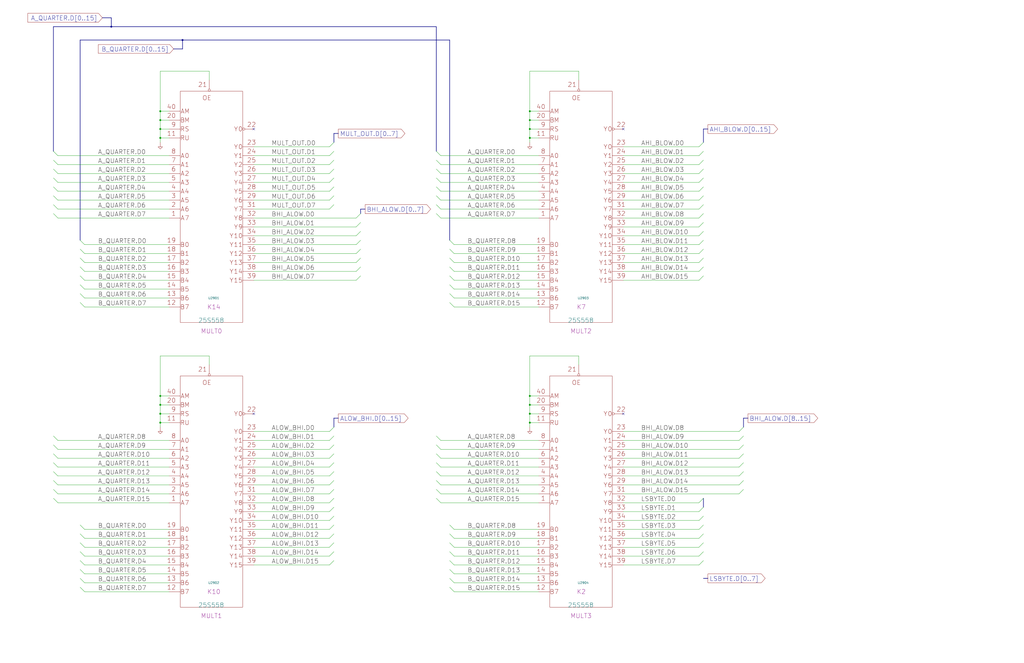
<source format=kicad_sch>
(kicad_sch (version 20210621) (generator eeschema)
  (paper "User" 584.2 378.46)
  (title_block (title "MULTIPLIER ARRAY") (date "22-MAR-90") (rev "1.0") (comment 1 "VALUE") (comment 2 "232-003063") (comment 3 "S400") (comment 4 "RELEASED"))
  (lib_symbols
    (symbol "r1000:25S558" (pin_numbers hide) (pin_names (offset 1.016) hide)
      (property "Reference" "U" (at 2.54 5.08 0))
      (property "Value" "25S558" (at -6.35 -7.62 0))
      (property "Location" "___" (at -1.27 0 0))
      (property "Name" "______" (at 1.27 -15.24 0))
      (symbol "25S558_1_1"
        (rectangle (start -16.51 123.19) (end 19.05 -8.89))
        (circle (center 0 123.825) (radius 0.635))
        (circle (center 19.685 101.6) (radius 0.635))
        (text "0" (at -20.32 109.22 0) (effects (font (size 2.54 2.54))))
        (text "0" (at -20.32 114.3 0) (effects (font (size 2.54 2.54))))
        (text "0" (at -12.7 35.56 0) (effects (font (size 2.54 2.54))))
        (text "0" (at -12.7 86.36 0) (effects (font (size 2.54 2.54))))
        (text "0" (at 17.78 40.64 0) (effects (font (size 2.54 2.54))))
        (text "0" (at 17.78 91.44 0) (effects (font (size 2.54 2.54))))
        (text "0" (at 17.78 101.6 0) (effects (font (size 2.54 2.54))))
        (text "1" (at -22.86 2.54 0) (effects (font (size 2.54 2.54))))
        (text "1" (at -22.86 7.62 0) (effects (font (size 2.54 2.54))))
        (text "1" (at -22.86 12.7 0) (effects (font (size 2.54 2.54))))
        (text "1" (at -22.86 17.78 0) (effects (font (size 2.54 2.54))))
        (text "1" (at -22.86 22.86 0) (effects (font (size 2.54 2.54))))
        (text "1" (at -22.86 27.94 0) (effects (font (size 2.54 2.54))))
        (text "1" (at -22.86 33.02 0) (effects (font (size 2.54 2.54))))
        (text "1" (at -22.86 38.1 0) (effects (font (size 2.54 2.54))))
        (text "1" (at -22.86 99.06 0) (effects (font (size 2.54 2.54))))
        (text "1" (at -20.32 53.34 0) (effects (font (size 2.54 2.54))))
        (text "1" (at -20.32 99.06 0) (effects (font (size 2.54 2.54))))
        (text "1" (at -12.7 30.48 0) (effects (font (size 2.54 2.54))))
        (text "1" (at -12.7 81.28 0) (effects (font (size 2.54 2.54))))
        (text "1" (at -2.54 127 0) (effects (font (size 2.54 2.54))))
        (text "1" (at 15.24 15.24 0) (effects (font (size 2.54 2.54))))
        (text "1" (at 15.24 20.32 0) (effects (font (size 2.54 2.54))))
        (text "1" (at 15.24 25.4 0) (effects (font (size 2.54 2.54))))
        (text "1" (at 15.24 30.48 0) (effects (font (size 2.54 2.54))))
        (text "1" (at 15.24 35.56 0) (effects (font (size 2.54 2.54))))
        (text "1" (at 15.24 40.64 0) (effects (font (size 2.54 2.54))))
        (text "1" (at 17.78 35.56 0) (effects (font (size 2.54 2.54))))
        (text "1" (at 17.78 86.36 0) (effects (font (size 2.54 2.54))))
        (text "1" (at 25.4 58.42 0) (effects (font (size 2.54 2.54))))
        (text "2" (at -22.86 109.22 0) (effects (font (size 2.54 2.54))))
        (text "2" (at -20.32 2.54 0) (effects (font (size 2.54 2.54))))
        (text "2" (at -20.32 58.42 0) (effects (font (size 2.54 2.54))))
        (text "2" (at -12.7 25.4 0) (effects (font (size 2.54 2.54))))
        (text "2" (at -12.7 76.2 0) (effects (font (size 2.54 2.54))))
        (text "2" (at -5.08 127 0) (effects (font (size 2.54 2.54))))
        (text "2" (at 17.78 30.48 0) (effects (font (size 2.54 2.54))))
        (text "2" (at 17.78 81.28 0) (effects (font (size 2.54 2.54))))
        (text "2" (at 22.86 63.5 0) (effects (font (size 2.54 2.54))))
        (text "2" (at 22.86 68.58 0) (effects (font (size 2.54 2.54))))
        (text "2" (at 22.86 73.66 0) (effects (font (size 2.54 2.54))))
        (text "2" (at 22.86 78.74 0) (effects (font (size 2.54 2.54))))
        (text "2" (at 22.86 83.82 0) (effects (font (size 2.54 2.54))))
        (text "2" (at 22.86 88.9 0) (effects (font (size 2.54 2.54))))
        (text "2" (at 22.86 93.98 0) (effects (font (size 2.54 2.54))))
        (text "2" (at 22.86 104.14 0) (effects (font (size 2.54 2.54))))
        (text "2" (at 25.4 53.34 0) (effects (font (size 2.54 2.54))))
        (text "2" (at 25.4 104.14 0) (effects (font (size 2.54 2.54))))
        (text "3" (at -20.32 7.62 0) (effects (font (size 2.54 2.54))))
        (text "3" (at -20.32 63.5 0) (effects (font (size 2.54 2.54))))
        (text "3" (at -12.7 20.32 0) (effects (font (size 2.54 2.54))))
        (text "3" (at -12.7 71.12 0) (effects (font (size 2.54 2.54))))
        (text "3" (at 17.78 25.4 0) (effects (font (size 2.54 2.54))))
        (text "3" (at 17.78 76.2 0) (effects (font (size 2.54 2.54))))
        (text "3" (at 22.86 17.78 0) (effects (font (size 2.54 2.54))))
        (text "3" (at 22.86 22.86 0) (effects (font (size 2.54 2.54))))
        (text "3" (at 22.86 27.94 0) (effects (font (size 2.54 2.54))))
        (text "3" (at 22.86 33.02 0) (effects (font (size 2.54 2.54))))
        (text "3" (at 22.86 38.1 0) (effects (font (size 2.54 2.54))))
        (text "3" (at 22.86 43.18 0) (effects (font (size 2.54 2.54))))
        (text "3" (at 22.86 48.26 0) (effects (font (size 2.54 2.54))))
        (text "3" (at 22.86 53.34 0) (effects (font (size 2.54 2.54))))
        (text "3" (at 22.86 58.42 0) (effects (font (size 2.54 2.54))))
        (text "3" (at 25.4 48.26 0) (effects (font (size 2.54 2.54))))
        (text "3" (at 25.4 93.98 0) (effects (font (size 2.54 2.54))))
        (text "4" (at -22.86 114.3 0) (effects (font (size 2.54 2.54))))
        (text "4" (at -20.32 12.7 0) (effects (font (size 2.54 2.54))))
        (text "4" (at -20.32 68.58 0) (effects (font (size 2.54 2.54))))
        (text "4" (at -12.7 15.24 0) (effects (font (size 2.54 2.54))))
        (text "4" (at -12.7 66.04 0) (effects (font (size 2.54 2.54))))
        (text "4" (at 17.78 20.32 0) (effects (font (size 2.54 2.54))))
        (text "4" (at 17.78 71.12 0) (effects (font (size 2.54 2.54))))
        (text "4" (at 25.4 43.18 0) (effects (font (size 2.54 2.54))))
        (text "4" (at 25.4 88.9 0) (effects (font (size 2.54 2.54))))
        (text "5" (at -20.32 17.78 0) (effects (font (size 2.54 2.54))))
        (text "5" (at -20.32 73.66 0) (effects (font (size 2.54 2.54))))
        (text "5" (at -12.7 10.16 0) (effects (font (size 2.54 2.54))))
        (text "5" (at -12.7 60.96 0) (effects (font (size 2.54 2.54))))
        (text "5" (at 17.78 15.24 0) (effects (font (size 2.54 2.54))))
        (text "5" (at 17.78 66.04 0) (effects (font (size 2.54 2.54))))
        (text "5" (at 25.4 38.1 0) (effects (font (size 2.54 2.54))))
        (text "5" (at 25.4 83.82 0) (effects (font (size 2.54 2.54))))
        (text "6" (at -20.32 22.86 0) (effects (font (size 2.54 2.54))))
        (text "6" (at -20.32 78.74 0) (effects (font (size 2.54 2.54))))
        (text "6" (at -12.7 5.08 0) (effects (font (size 2.54 2.54))))
        (text "6" (at -12.7 55.88 0) (effects (font (size 2.54 2.54))))
        (text "6" (at 17.78 60.96 0) (effects (font (size 2.54 2.54))))
        (text "6" (at 25.4 33.02 0) (effects (font (size 2.54 2.54))))
        (text "6" (at 25.4 78.74 0) (effects (font (size 2.54 2.54))))
        (text "7" (at -20.32 27.94 0) (effects (font (size 2.54 2.54))))
        (text "7" (at -20.32 83.82 0) (effects (font (size 2.54 2.54))))
        (text "7" (at -12.7 0 0) (effects (font (size 2.54 2.54))))
        (text "7" (at -12.7 50.8 0) (effects (font (size 2.54 2.54))))
        (text "7" (at 17.78 55.88 0) (effects (font (size 2.54 2.54))))
        (text "7" (at 25.4 27.94 0) (effects (font (size 2.54 2.54))))
        (text "7" (at 25.4 73.66 0) (effects (font (size 2.54 2.54))))
        (text "8" (at -20.32 33.02 0) (effects (font (size 2.54 2.54))))
        (text "8" (at -20.32 88.9 0) (effects (font (size 2.54 2.54))))
        (text "8" (at 17.78 50.8 0) (effects (font (size 2.54 2.54))))
        (text "8" (at 25.4 22.86 0) (effects (font (size 2.54 2.54))))
        (text "8" (at 25.4 68.58 0) (effects (font (size 2.54 2.54))))
        (text "9" (at -20.32 38.1 0) (effects (font (size 2.54 2.54))))
        (text "9" (at -20.32 104.14 0) (effects (font (size 2.54 2.54))))
        (text "9" (at 17.78 45.72 0) (effects (font (size 2.54 2.54))))
        (text "9" (at 25.4 17.78 0) (effects (font (size 2.54 2.54))))
        (text "9" (at 25.4 63.5 0) (effects (font (size 2.54 2.54))))
        (text "A" (at -15.24 50.8 0) (effects (font (size 2.54 2.54))))
        (text "A" (at -15.24 55.88 0) (effects (font (size 2.54 2.54))))
        (text "A" (at -15.24 60.96 0) (effects (font (size 2.54 2.54))))
        (text "A" (at -15.24 66.04 0) (effects (font (size 2.54 2.54))))
        (text "A" (at -15.24 71.12 0) (effects (font (size 2.54 2.54))))
        (text "A" (at -15.24 76.2 0) (effects (font (size 2.54 2.54))))
        (text "A" (at -15.24 81.28 0) (effects (font (size 2.54 2.54))))
        (text "A" (at -15.24 86.36 0) (effects (font (size 2.54 2.54))))
        (text "A" (at -15.24 111.76 0) (effects (font (size 2.54 2.54))))
        (text "B" (at -15.24 0 0) (effects (font (size 2.54 2.54))))
        (text "B" (at -15.24 5.08 0) (effects (font (size 2.54 2.54))))
        (text "B" (at -15.24 10.16 0) (effects (font (size 2.54 2.54))))
        (text "B" (at -15.24 15.24 0) (effects (font (size 2.54 2.54))))
        (text "B" (at -15.24 20.32 0) (effects (font (size 2.54 2.54))))
        (text "B" (at -15.24 25.4 0) (effects (font (size 2.54 2.54))))
        (text "B" (at -15.24 30.48 0) (effects (font (size 2.54 2.54))))
        (text "B" (at -15.24 35.56 0) (effects (font (size 2.54 2.54))))
        (text "B" (at -15.24 106.68 0) (effects (font (size 2.54 2.54))))
        (text "E" (at 0 119.38 0) (effects (font (size 2.54 2.54))))
        (text "M" (at -12.7 106.68 0) (effects (font (size 2.54 2.54))))
        (text "M" (at -12.7 111.76 0) (effects (font (size 2.54 2.54))))
        (text "O" (at -2.54 119.38 0) (effects (font (size 2.54 2.54))))
        (text "R" (at -15.24 96.52 0) (effects (font (size 2.54 2.54))))
        (text "R" (at -15.24 101.6 0) (effects (font (size 2.54 2.54))))
        (text "S" (at -12.7 101.6 0) (effects (font (size 2.54 2.54))))
        (text "U" (at -12.7 96.52 0) (effects (font (size 2.54 2.54))))
        (text "Y" (at 12.7 15.24 0) (effects (font (size 2.54 2.54))))
        (text "Y" (at 12.7 20.32 0) (effects (font (size 2.54 2.54))))
        (text "Y" (at 12.7 25.4 0) (effects (font (size 2.54 2.54))))
        (text "Y" (at 12.7 30.48 0) (effects (font (size 2.54 2.54))))
        (text "Y" (at 12.7 35.56 0) (effects (font (size 2.54 2.54))))
        (text "Y" (at 12.7 40.64 0) (effects (font (size 2.54 2.54))))
        (text "Y" (at 15.24 45.72 0) (effects (font (size 2.54 2.54))))
        (text "Y" (at 15.24 50.8 0) (effects (font (size 2.54 2.54))))
        (text "Y" (at 15.24 55.88 0) (effects (font (size 2.54 2.54))))
        (text "Y" (at 15.24 60.96 0) (effects (font (size 2.54 2.54))))
        (text "Y" (at 15.24 66.04 0) (effects (font (size 2.54 2.54))))
        (text "Y" (at 15.24 71.12 0) (effects (font (size 2.54 2.54))))
        (text "Y" (at 15.24 76.2 0) (effects (font (size 2.54 2.54))))
        (text "Y" (at 15.24 81.28 0) (effects (font (size 2.54 2.54))))
        (text "Y" (at 15.24 86.36 0) (effects (font (size 2.54 2.54))))
        (text "Y" (at 15.24 91.44 0) (effects (font (size 2.54 2.54))))
        (text "Y" (at 15.24 101.6 0) (effects (font (size 2.54 2.54))))
        (pin input line (at -22.86 50.8 0) (length 6.35) (name "A7") (number "1"))
        (pin input line (at -22.86 96.52 0) (length 6.35) (name "RU") (number "11"))
        (pin input line (at -22.86 0 0) (length 6.35) (name "B7") (number "12"))
        (pin input line (at -22.86 5.08 0) (length 6.35) (name "B6") (number "13"))
        (pin input line (at -22.86 10.16 0) (length 6.35) (name "B5") (number "14"))
        (pin input line (at -22.86 15.24 0) (length 6.35) (name "B4") (number "15"))
        (pin input line (at -22.86 20.32 0) (length 6.35) (name "B3") (number "16"))
        (pin input line (at -22.86 25.4 0) (length 6.35) (name "B2") (number "17"))
        (pin input line (at -22.86 30.48 0) (length 6.35) (name "B1") (number "18"))
        (pin input line (at -22.86 35.56 0) (length 6.35) (name "B0") (number "19"))
        (pin input line (at -22.86 55.88 0) (length 6.35) (name "A6") (number "2"))
        (pin input line (at -22.86 106.68 0) (length 6.35) (name "BM") (number "20"))
        (pin input line (at 0 129.54 270) (length 5.08) (name "OE_") (number "21"))
        (pin tri_state line (at 25.4 101.6 180) (length 5.08) (name "Y0_") (number "22"))
        (pin tri_state line (at 25.4 91.44 180) (length 6.35) (name "Y0") (number "23"))
        (pin tri_state line (at 25.4 86.36 180) (length 6.35) (name "Y1") (number "24"))
        (pin tri_state line (at 25.4 81.28 180) (length 6.35) (name "Y2") (number "25"))
        (pin tri_state line (at 25.4 76.2 180) (length 6.35) (name "Y3") (number "26"))
        (pin tri_state line (at 25.4 71.12 180) (length 6.35) (name "Y4") (number "27"))
        (pin tri_state line (at 25.4 66.04 180) (length 6.35) (name "Y5") (number "28"))
        (pin tri_state line (at 25.4 60.96 180) (length 6.35) (name "Y6") (number "29"))
        (pin input line (at -22.86 60.96 0) (length 6.35) (name "A5") (number "3"))
        (pin tri_state line (at 25.4 55.88 180) (length 6.35) (name "Y7") (number "31"))
        (pin tri_state line (at 25.4 50.8 180) (length 6.35) (name "Y8") (number "32"))
        (pin tri_state line (at 25.4 45.72 180) (length 6.35) (name "Y9") (number "33"))
        (pin tri_state line (at 25.4 40.64 180) (length 6.35) (name "Y10") (number "34"))
        (pin tri_state line (at 25.4 35.56 180) (length 6.35) (name "Y11") (number "35"))
        (pin tri_state line (at 25.4 30.48 180) (length 6.35) (name "Y12") (number "36"))
        (pin tri_state line (at 25.4 25.4 180) (length 6.35) (name "Y13") (number "37"))
        (pin tri_state line (at 25.4 20.32 180) (length 6.35) (name "Y14") (number "38"))
        (pin tri_state line (at 25.4 15.24 180) (length 6.35) (name "Y15") (number "39"))
        (pin input line (at -22.86 66.04 0) (length 6.35) (name "A4") (number "4"))
        (pin input line (at -22.86 111.76 0) (length 6.35) (name "AM") (number "40"))
        (pin input line (at -22.86 71.12 0) (length 6.35) (name "A3") (number "5"))
        (pin input line (at -22.86 76.2 0) (length 6.35) (name "A2") (number "6"))
        (pin input line (at -22.86 81.28 0) (length 6.35) (name "A1") (number "7"))
        (pin input line (at -22.86 86.36 0) (length 6.35) (name "A0") (number "8"))
        (pin input line (at -22.86 101.6 0) (length 6.35) (name "RS") (number "9"))
      )
    )
    (symbol "r1000:PD" (power) (pin_numbers hide) (pin_names hide) (in_bom no)
      (symbol "PD_0_1"
        (polyline (pts (xy 0 -2.54) (xy 1.27 -2.54) (xy 0 -3.81) (xy -1.27 -2.54) (xy 0 -2.54)) (stroke (width 0.1524)))
      )
      (symbol "PD_1_1"
        (pin power_in line (at 0 0 270) (length 2.54) (name "PD") (number "1"))
      )
    )
  )
  (junction (at 91.44 63.5))
  (junction (at 91.44 68.58))
  (junction (at 91.44 73.66))
  (junction (at 91.44 78.74))
  (junction (at 91.44 226.06))
  (junction (at 91.44 231.14))
  (junction (at 91.44 236.22))
  (junction (at 91.44 241.3))
  (junction (at 302.26 63.5))
  (junction (at 302.26 68.58))
  (junction (at 302.26 73.66))
  (junction (at 302.26 78.74))
  (junction (at 302.26 226.06))
  (junction (at 302.26 231.14))
  (junction (at 302.26 236.22))
  (junction (at 302.26 241.3))
  (junction (at 63.5 15.24))
  (junction (at 104.14 22.86))
  (no_connect (at 144.78 73.66))
  (no_connect (at 144.78 236.22))
  (no_connect (at 355.6 73.66))
  (no_connect (at 355.6 236.22))
  (bus_entry (at 30.48 86.36) (size 2.54 2.54))
  (bus_entry (at 30.48 91.44) (size 2.54 2.54))
  (bus_entry (at 30.48 96.52) (size 2.54 2.54))
  (bus_entry (at 30.48 101.6) (size 2.54 2.54))
  (bus_entry (at 30.48 106.68) (size 2.54 2.54))
  (bus_entry (at 30.48 111.76) (size 2.54 2.54))
  (bus_entry (at 30.48 116.84) (size 2.54 2.54))
  (bus_entry (at 30.48 121.92) (size 2.54 2.54))
  (bus_entry (at 30.48 248.92) (size 2.54 2.54))
  (bus_entry (at 30.48 254) (size 2.54 2.54))
  (bus_entry (at 30.48 259.08) (size 2.54 2.54))
  (bus_entry (at 30.48 264.16) (size 2.54 2.54))
  (bus_entry (at 30.48 269.24) (size 2.54 2.54))
  (bus_entry (at 30.48 274.32) (size 2.54 2.54))
  (bus_entry (at 30.48 279.4) (size 2.54 2.54))
  (bus_entry (at 30.48 284.48) (size 2.54 2.54))
  (bus_entry (at 45.72 137.16) (size 2.54 2.54))
  (bus_entry (at 45.72 142.24) (size 2.54 2.54))
  (bus_entry (at 45.72 147.32) (size 2.54 2.54))
  (bus_entry (at 45.72 152.4) (size 2.54 2.54))
  (bus_entry (at 45.72 157.48) (size 2.54 2.54))
  (bus_entry (at 45.72 162.56) (size 2.54 2.54))
  (bus_entry (at 45.72 167.64) (size 2.54 2.54))
  (bus_entry (at 45.72 172.72) (size 2.54 2.54))
  (bus_entry (at 45.72 299.72) (size 2.54 2.54))
  (bus_entry (at 45.72 304.8) (size 2.54 2.54))
  (bus_entry (at 45.72 309.88) (size 2.54 2.54))
  (bus_entry (at 45.72 314.96) (size 2.54 2.54))
  (bus_entry (at 45.72 320.04) (size 2.54 2.54))
  (bus_entry (at 45.72 325.12) (size 2.54 2.54))
  (bus_entry (at 45.72 330.2) (size 2.54 2.54))
  (bus_entry (at 45.72 335.28) (size 2.54 2.54))
  (bus_entry (at 190.5 81.28) (size -2.54 2.54))
  (bus_entry (at 190.5 86.36) (size -2.54 2.54))
  (bus_entry (at 190.5 91.44) (size -2.54 2.54))
  (bus_entry (at 190.5 96.52) (size -2.54 2.54))
  (bus_entry (at 190.5 101.6) (size -2.54 2.54))
  (bus_entry (at 190.5 106.68) (size -2.54 2.54))
  (bus_entry (at 190.5 111.76) (size -2.54 2.54))
  (bus_entry (at 190.5 116.84) (size -2.54 2.54))
  (bus_entry (at 190.5 243.84) (size -2.54 2.54))
  (bus_entry (at 190.5 248.92) (size -2.54 2.54))
  (bus_entry (at 190.5 254) (size -2.54 2.54))
  (bus_entry (at 190.5 259.08) (size -2.54 2.54))
  (bus_entry (at 190.5 264.16) (size -2.54 2.54))
  (bus_entry (at 190.5 269.24) (size -2.54 2.54))
  (bus_entry (at 190.5 274.32) (size -2.54 2.54))
  (bus_entry (at 190.5 279.4) (size -2.54 2.54))
  (bus_entry (at 190.5 284.48) (size -2.54 2.54))
  (bus_entry (at 190.5 289.56) (size -2.54 2.54))
  (bus_entry (at 190.5 294.64) (size -2.54 2.54))
  (bus_entry (at 190.5 299.72) (size -2.54 2.54))
  (bus_entry (at 190.5 304.8) (size -2.54 2.54))
  (bus_entry (at 190.5 309.88) (size -2.54 2.54))
  (bus_entry (at 190.5 314.96) (size -2.54 2.54))
  (bus_entry (at 190.5 320.04) (size -2.54 2.54))
  (bus_entry (at 205.74 121.92) (size -2.54 2.54))
  (bus_entry (at 205.74 127) (size -2.54 2.54))
  (bus_entry (at 205.74 132.08) (size -2.54 2.54))
  (bus_entry (at 205.74 137.16) (size -2.54 2.54))
  (bus_entry (at 205.74 142.24) (size -2.54 2.54))
  (bus_entry (at 205.74 147.32) (size -2.54 2.54))
  (bus_entry (at 205.74 152.4) (size -2.54 2.54))
  (bus_entry (at 205.74 157.48) (size -2.54 2.54))
  (bus_entry (at 248.92 86.36) (size 2.54 2.54))
  (bus_entry (at 248.92 91.44) (size 2.54 2.54))
  (bus_entry (at 248.92 96.52) (size 2.54 2.54))
  (bus_entry (at 248.92 101.6) (size 2.54 2.54))
  (bus_entry (at 248.92 106.68) (size 2.54 2.54))
  (bus_entry (at 248.92 111.76) (size 2.54 2.54))
  (bus_entry (at 248.92 116.84) (size 2.54 2.54))
  (bus_entry (at 248.92 121.92) (size 2.54 2.54))
  (bus_entry (at 248.92 248.92) (size 2.54 2.54))
  (bus_entry (at 248.92 254) (size 2.54 2.54))
  (bus_entry (at 248.92 259.08) (size 2.54 2.54))
  (bus_entry (at 248.92 264.16) (size 2.54 2.54))
  (bus_entry (at 248.92 269.24) (size 2.54 2.54))
  (bus_entry (at 248.92 274.32) (size 2.54 2.54))
  (bus_entry (at 248.92 279.4) (size 2.54 2.54))
  (bus_entry (at 248.92 284.48) (size 2.54 2.54))
  (bus_entry (at 256.54 137.16) (size 2.54 2.54))
  (bus_entry (at 256.54 142.24) (size 2.54 2.54))
  (bus_entry (at 256.54 147.32) (size 2.54 2.54))
  (bus_entry (at 256.54 152.4) (size 2.54 2.54))
  (bus_entry (at 256.54 157.48) (size 2.54 2.54))
  (bus_entry (at 256.54 162.56) (size 2.54 2.54))
  (bus_entry (at 256.54 167.64) (size 2.54 2.54))
  (bus_entry (at 256.54 172.72) (size 2.54 2.54))
  (bus_entry (at 256.54 299.72) (size 2.54 2.54))
  (bus_entry (at 256.54 304.8) (size 2.54 2.54))
  (bus_entry (at 256.54 309.88) (size 2.54 2.54))
  (bus_entry (at 256.54 314.96) (size 2.54 2.54))
  (bus_entry (at 256.54 320.04) (size 2.54 2.54))
  (bus_entry (at 256.54 325.12) (size 2.54 2.54))
  (bus_entry (at 256.54 330.2) (size 2.54 2.54))
  (bus_entry (at 256.54 335.28) (size 2.54 2.54))
  (bus_entry (at 401.32 81.28) (size -2.54 2.54))
  (bus_entry (at 401.32 86.36) (size -2.54 2.54))
  (bus_entry (at 401.32 91.44) (size -2.54 2.54))
  (bus_entry (at 401.32 96.52) (size -2.54 2.54))
  (bus_entry (at 401.32 101.6) (size -2.54 2.54))
  (bus_entry (at 401.32 106.68) (size -2.54 2.54))
  (bus_entry (at 401.32 111.76) (size -2.54 2.54))
  (bus_entry (at 401.32 116.84) (size -2.54 2.54))
  (bus_entry (at 401.32 121.92) (size -2.54 2.54))
  (bus_entry (at 401.32 127) (size -2.54 2.54))
  (bus_entry (at 401.32 132.08) (size -2.54 2.54))
  (bus_entry (at 401.32 137.16) (size -2.54 2.54))
  (bus_entry (at 401.32 142.24) (size -2.54 2.54))
  (bus_entry (at 401.32 147.32) (size -2.54 2.54))
  (bus_entry (at 401.32 152.4) (size -2.54 2.54))
  (bus_entry (at 401.32 157.48) (size -2.54 2.54))
  (bus_entry (at 401.32 284.48) (size -2.54 2.54))
  (bus_entry (at 401.32 289.56) (size -2.54 2.54))
  (bus_entry (at 401.32 294.64) (size -2.54 2.54))
  (bus_entry (at 401.32 299.72) (size -2.54 2.54))
  (bus_entry (at 401.32 304.8) (size -2.54 2.54))
  (bus_entry (at 401.32 309.88) (size -2.54 2.54))
  (bus_entry (at 401.32 314.96) (size -2.54 2.54))
  (bus_entry (at 401.32 320.04) (size -2.54 2.54))
  (bus_entry (at 424.18 243.84) (size -2.54 2.54))
  (bus_entry (at 424.18 248.92) (size -2.54 2.54))
  (bus_entry (at 424.18 254) (size -2.54 2.54))
  (bus_entry (at 424.18 259.08) (size -2.54 2.54))
  (bus_entry (at 424.18 264.16) (size -2.54 2.54))
  (bus_entry (at 424.18 269.24) (size -2.54 2.54))
  (bus_entry (at 424.18 274.32) (size -2.54 2.54))
  (bus_entry (at 424.18 279.4) (size -2.54 2.54))
  (wire (pts (xy 33.02 88.9) (xy 96.52 88.9)))
  (wire (pts (xy 33.02 93.98) (xy 96.52 93.98)))
  (wire (pts (xy 33.02 99.06) (xy 96.52 99.06)))
  (wire (pts (xy 33.02 104.14) (xy 96.52 104.14)))
  (wire (pts (xy 33.02 109.22) (xy 96.52 109.22)))
  (wire (pts (xy 33.02 114.3) (xy 96.52 114.3)))
  (wire (pts (xy 33.02 119.38) (xy 96.52 119.38)))
  (wire (pts (xy 33.02 124.46) (xy 96.52 124.46)))
  (wire (pts (xy 33.02 251.46) (xy 96.52 251.46)))
  (wire (pts (xy 33.02 256.54) (xy 96.52 256.54)))
  (wire (pts (xy 33.02 261.62) (xy 96.52 261.62)))
  (wire (pts (xy 33.02 266.7) (xy 96.52 266.7)))
  (wire (pts (xy 33.02 271.78) (xy 96.52 271.78)))
  (wire (pts (xy 33.02 276.86) (xy 96.52 276.86)))
  (wire (pts (xy 33.02 281.94) (xy 96.52 281.94)))
  (wire (pts (xy 33.02 287.02) (xy 96.52 287.02)))
  (wire (pts (xy 48.26 139.7) (xy 96.52 139.7)))
  (wire (pts (xy 48.26 144.78) (xy 96.52 144.78)))
  (wire (pts (xy 48.26 149.86) (xy 96.52 149.86)))
  (wire (pts (xy 48.26 154.94) (xy 96.52 154.94)))
  (wire (pts (xy 48.26 160.02) (xy 96.52 160.02)))
  (wire (pts (xy 48.26 165.1) (xy 96.52 165.1)))
  (wire (pts (xy 48.26 170.18) (xy 96.52 170.18)))
  (wire (pts (xy 48.26 175.26) (xy 96.52 175.26)))
  (wire (pts (xy 48.26 302.26) (xy 96.52 302.26)))
  (wire (pts (xy 48.26 307.34) (xy 96.52 307.34)))
  (wire (pts (xy 48.26 312.42) (xy 96.52 312.42)))
  (wire (pts (xy 48.26 317.5) (xy 96.52 317.5)))
  (wire (pts (xy 48.26 322.58) (xy 96.52 322.58)))
  (wire (pts (xy 48.26 327.66) (xy 96.52 327.66)))
  (wire (pts (xy 48.26 332.74) (xy 96.52 332.74)))
  (wire (pts (xy 48.26 337.82) (xy 96.52 337.82)))
  (wire (pts (xy 91.44 40.64) (xy 91.44 63.5)))
  (wire (pts (xy 91.44 63.5) (xy 91.44 68.58)))
  (wire (pts (xy 91.44 63.5) (xy 96.52 63.5)))
  (wire (pts (xy 91.44 68.58) (xy 91.44 73.66)))
  (wire (pts (xy 91.44 68.58) (xy 96.52 68.58)))
  (wire (pts (xy 91.44 73.66) (xy 91.44 78.74)))
  (wire (pts (xy 91.44 73.66) (xy 96.52 73.66)))
  (wire (pts (xy 91.44 78.74) (xy 91.44 81.28)))
  (wire (pts (xy 91.44 78.74) (xy 96.52 78.74)))
  (wire (pts (xy 91.44 203.2) (xy 91.44 226.06)))
  (wire (pts (xy 91.44 226.06) (xy 91.44 231.14)))
  (wire (pts (xy 91.44 226.06) (xy 96.52 226.06)))
  (wire (pts (xy 91.44 231.14) (xy 91.44 236.22)))
  (wire (pts (xy 91.44 231.14) (xy 96.52 231.14)))
  (wire (pts (xy 91.44 236.22) (xy 91.44 241.3)))
  (wire (pts (xy 91.44 236.22) (xy 96.52 236.22)))
  (wire (pts (xy 91.44 241.3) (xy 91.44 243.84)))
  (wire (pts (xy 91.44 241.3) (xy 96.52 241.3)))
  (wire (pts (xy 119.38 40.64) (xy 91.44 40.64)))
  (wire (pts (xy 119.38 45.72) (xy 119.38 40.64)))
  (wire (pts (xy 119.38 203.2) (xy 91.44 203.2)))
  (wire (pts (xy 119.38 208.28) (xy 119.38 203.2)))
  (wire (pts (xy 144.78 83.82) (xy 187.96 83.82)))
  (wire (pts (xy 144.78 88.9) (xy 187.96 88.9)))
  (wire (pts (xy 144.78 93.98) (xy 187.96 93.98)))
  (wire (pts (xy 144.78 99.06) (xy 187.96 99.06)))
  (wire (pts (xy 144.78 104.14) (xy 187.96 104.14)))
  (wire (pts (xy 144.78 109.22) (xy 187.96 109.22)))
  (wire (pts (xy 144.78 114.3) (xy 187.96 114.3)))
  (wire (pts (xy 144.78 119.38) (xy 187.96 119.38)))
  (wire (pts (xy 144.78 124.46) (xy 203.2 124.46)))
  (wire (pts (xy 144.78 129.54) (xy 203.2 129.54)))
  (wire (pts (xy 144.78 134.62) (xy 203.2 134.62)))
  (wire (pts (xy 144.78 139.7) (xy 203.2 139.7)))
  (wire (pts (xy 144.78 144.78) (xy 203.2 144.78)))
  (wire (pts (xy 144.78 149.86) (xy 203.2 149.86)))
  (wire (pts (xy 144.78 154.94) (xy 203.2 154.94)))
  (wire (pts (xy 144.78 160.02) (xy 203.2 160.02)))
  (wire (pts (xy 144.78 246.38) (xy 187.96 246.38)))
  (wire (pts (xy 144.78 251.46) (xy 187.96 251.46)))
  (wire (pts (xy 144.78 256.54) (xy 187.96 256.54)))
  (wire (pts (xy 144.78 261.62) (xy 187.96 261.62)))
  (wire (pts (xy 144.78 266.7) (xy 187.96 266.7)))
  (wire (pts (xy 144.78 271.78) (xy 187.96 271.78)))
  (wire (pts (xy 144.78 276.86) (xy 187.96 276.86)))
  (wire (pts (xy 144.78 281.94) (xy 187.96 281.94)))
  (wire (pts (xy 144.78 287.02) (xy 187.96 287.02)))
  (wire (pts (xy 144.78 292.1) (xy 187.96 292.1)))
  (wire (pts (xy 144.78 297.18) (xy 187.96 297.18)))
  (wire (pts (xy 144.78 302.26) (xy 187.96 302.26)))
  (wire (pts (xy 144.78 307.34) (xy 187.96 307.34)))
  (wire (pts (xy 144.78 312.42) (xy 187.96 312.42)))
  (wire (pts (xy 144.78 317.5) (xy 187.96 317.5)))
  (wire (pts (xy 144.78 322.58) (xy 187.96 322.58)))
  (wire (pts (xy 251.46 88.9) (xy 307.34 88.9)))
  (wire (pts (xy 251.46 93.98) (xy 307.34 93.98)))
  (wire (pts (xy 251.46 99.06) (xy 307.34 99.06)))
  (wire (pts (xy 251.46 104.14) (xy 307.34 104.14)))
  (wire (pts (xy 251.46 109.22) (xy 307.34 109.22)))
  (wire (pts (xy 251.46 114.3) (xy 307.34 114.3)))
  (wire (pts (xy 251.46 119.38) (xy 307.34 119.38)))
  (wire (pts (xy 251.46 124.46) (xy 307.34 124.46)))
  (wire (pts (xy 251.46 251.46) (xy 307.34 251.46)))
  (wire (pts (xy 251.46 256.54) (xy 307.34 256.54)))
  (wire (pts (xy 251.46 261.62) (xy 307.34 261.62)))
  (wire (pts (xy 251.46 266.7) (xy 307.34 266.7)))
  (wire (pts (xy 251.46 271.78) (xy 307.34 271.78)))
  (wire (pts (xy 251.46 276.86) (xy 307.34 276.86)))
  (wire (pts (xy 251.46 281.94) (xy 307.34 281.94)))
  (wire (pts (xy 251.46 287.02) (xy 307.34 287.02)))
  (wire (pts (xy 259.08 139.7) (xy 307.34 139.7)))
  (wire (pts (xy 259.08 144.78) (xy 307.34 144.78)))
  (wire (pts (xy 259.08 149.86) (xy 307.34 149.86)))
  (wire (pts (xy 259.08 154.94) (xy 307.34 154.94)))
  (wire (pts (xy 259.08 160.02) (xy 307.34 160.02)))
  (wire (pts (xy 259.08 165.1) (xy 307.34 165.1)))
  (wire (pts (xy 259.08 170.18) (xy 307.34 170.18)))
  (wire (pts (xy 259.08 175.26) (xy 307.34 175.26)))
  (wire (pts (xy 259.08 302.26) (xy 307.34 302.26)))
  (wire (pts (xy 259.08 307.34) (xy 307.34 307.34)))
  (wire (pts (xy 259.08 312.42) (xy 307.34 312.42)))
  (wire (pts (xy 259.08 317.5) (xy 307.34 317.5)))
  (wire (pts (xy 259.08 322.58) (xy 307.34 322.58)))
  (wire (pts (xy 259.08 327.66) (xy 307.34 327.66)))
  (wire (pts (xy 259.08 332.74) (xy 307.34 332.74)))
  (wire (pts (xy 259.08 337.82) (xy 307.34 337.82)))
  (wire (pts (xy 302.26 40.64) (xy 302.26 63.5)))
  (wire (pts (xy 302.26 63.5) (xy 302.26 68.58)))
  (wire (pts (xy 302.26 63.5) (xy 307.34 63.5)))
  (wire (pts (xy 302.26 68.58) (xy 302.26 73.66)))
  (wire (pts (xy 302.26 68.58) (xy 307.34 68.58)))
  (wire (pts (xy 302.26 73.66) (xy 302.26 78.74)))
  (wire (pts (xy 302.26 73.66) (xy 307.34 73.66)))
  (wire (pts (xy 302.26 78.74) (xy 302.26 81.28)))
  (wire (pts (xy 302.26 78.74) (xy 307.34 78.74)))
  (wire (pts (xy 302.26 203.2) (xy 302.26 226.06)))
  (wire (pts (xy 302.26 226.06) (xy 302.26 231.14)))
  (wire (pts (xy 302.26 226.06) (xy 307.34 226.06)))
  (wire (pts (xy 302.26 231.14) (xy 302.26 236.22)))
  (wire (pts (xy 302.26 231.14) (xy 307.34 231.14)))
  (wire (pts (xy 302.26 236.22) (xy 302.26 241.3)))
  (wire (pts (xy 302.26 236.22) (xy 307.34 236.22)))
  (wire (pts (xy 302.26 241.3) (xy 302.26 243.84)))
  (wire (pts (xy 302.26 241.3) (xy 307.34 241.3)))
  (wire (pts (xy 330.2 40.64) (xy 302.26 40.64)))
  (wire (pts (xy 330.2 45.72) (xy 330.2 40.64)))
  (wire (pts (xy 330.2 203.2) (xy 302.26 203.2)))
  (wire (pts (xy 330.2 208.28) (xy 330.2 203.2)))
  (wire (pts (xy 355.6 83.82) (xy 398.78 83.82)))
  (wire (pts (xy 355.6 88.9) (xy 398.78 88.9)))
  (wire (pts (xy 355.6 93.98) (xy 398.78 93.98)))
  (wire (pts (xy 355.6 99.06) (xy 398.78 99.06)))
  (wire (pts (xy 355.6 104.14) (xy 398.78 104.14)))
  (wire (pts (xy 355.6 109.22) (xy 398.78 109.22)))
  (wire (pts (xy 355.6 114.3) (xy 398.78 114.3)))
  (wire (pts (xy 355.6 119.38) (xy 398.78 119.38)))
  (wire (pts (xy 355.6 124.46) (xy 398.78 124.46)))
  (wire (pts (xy 355.6 129.54) (xy 398.78 129.54)))
  (wire (pts (xy 355.6 134.62) (xy 398.78 134.62)))
  (wire (pts (xy 355.6 139.7) (xy 398.78 139.7)))
  (wire (pts (xy 355.6 144.78) (xy 398.78 144.78)))
  (wire (pts (xy 355.6 149.86) (xy 398.78 149.86)))
  (wire (pts (xy 355.6 154.94) (xy 398.78 154.94)))
  (wire (pts (xy 355.6 160.02) (xy 398.78 160.02)))
  (wire (pts (xy 355.6 246.38) (xy 421.64 246.38)))
  (wire (pts (xy 355.6 251.46) (xy 421.64 251.46)))
  (wire (pts (xy 355.6 256.54) (xy 421.64 256.54)))
  (wire (pts (xy 355.6 261.62) (xy 421.64 261.62)))
  (wire (pts (xy 355.6 266.7) (xy 421.64 266.7)))
  (wire (pts (xy 355.6 271.78) (xy 421.64 271.78)))
  (wire (pts (xy 355.6 276.86) (xy 421.64 276.86)))
  (wire (pts (xy 355.6 281.94) (xy 421.64 281.94)))
  (wire (pts (xy 355.6 287.02) (xy 398.78 287.02)))
  (wire (pts (xy 355.6 292.1) (xy 398.78 292.1)))
  (wire (pts (xy 355.6 297.18) (xy 398.78 297.18)))
  (wire (pts (xy 355.6 302.26) (xy 398.78 302.26)))
  (wire (pts (xy 355.6 307.34) (xy 398.78 307.34)))
  (wire (pts (xy 355.6 312.42) (xy 398.78 312.42)))
  (wire (pts (xy 355.6 317.5) (xy 398.78 317.5)))
  (wire (pts (xy 355.6 322.58) (xy 398.78 322.58)))
  (bus (pts (xy 30.48 15.24) (xy 30.48 347.98)))
  (bus (pts (xy 45.72 22.86) (xy 45.72 350.52)))
  (bus (pts (xy 45.72 22.86) (xy 104.14 22.86)))
  (bus (pts (xy 58.42 10.16) (xy 63.5 10.16)))
  (bus (pts (xy 63.5 10.16) (xy 63.5 15.24)))
  (bus (pts (xy 63.5 15.24) (xy 30.48 15.24)))
  (bus (pts (xy 99.06 27.94) (xy 104.14 27.94)))
  (bus (pts (xy 104.14 22.86) (xy 256.54 22.86)))
  (bus (pts (xy 104.14 27.94) (xy 104.14 22.86)))
  (bus (pts (xy 190.5 76.2) (xy 190.5 121.92)))
  (bus (pts (xy 190.5 76.2) (xy 193.04 76.2)))
  (bus (pts (xy 190.5 238.76) (xy 190.5 327.66)))
  (bus (pts (xy 190.5 238.76) (xy 193.04 238.76)))
  (bus (pts (xy 205.74 119.38) (xy 205.74 160.02)))
  (bus (pts (xy 205.74 119.38) (xy 208.28 119.38)))
  (bus (pts (xy 248.92 15.24) (xy 63.5 15.24)))
  (bus (pts (xy 248.92 15.24) (xy 248.92 350.52)))
  (bus (pts (xy 256.54 22.86) (xy 256.54 350.52)))
  (bus (pts (xy 401.32 73.66) (xy 401.32 165.1)))
  (bus (pts (xy 401.32 73.66) (xy 403.86 73.66)))
  (bus (pts (xy 401.32 284.48) (xy 401.32 330.2)))
  (bus (pts (xy 401.32 330.2) (xy 403.86 330.2)))
  (bus (pts (xy 424.18 238.76) (xy 424.18 284.48)))
  (bus (pts (xy 424.18 238.76) (xy 426.72 238.76)))
  (label "A_QUARTER.D0" (at 55.88 88.9 0) (effects (font (size 2.54 2.54))))
  (label "A_QUARTER.D1" (at 55.88 93.98 0) (effects (font (size 2.54 2.54))))
  (label "A_QUARTER.D2" (at 55.88 99.06 0) (effects (font (size 2.54 2.54))))
  (label "A_QUARTER.D3" (at 55.88 104.14 0) (effects (font (size 2.54 2.54))))
  (label "A_QUARTER.D4" (at 55.88 109.22 0) (effects (font (size 2.54 2.54))))
  (label "A_QUARTER.D5" (at 55.88 114.3 0) (effects (font (size 2.54 2.54))))
  (label "A_QUARTER.D6" (at 55.88 119.38 0) (effects (font (size 2.54 2.54))))
  (label "A_QUARTER.D7" (at 55.88 124.46 0) (effects (font (size 2.54 2.54))))
  (label "B_QUARTER.D0" (at 55.88 139.7 0) (effects (font (size 2.54 2.54))))
  (label "B_QUARTER.D1" (at 55.88 144.78 0) (effects (font (size 2.54 2.54))))
  (label "B_QUARTER.D2" (at 55.88 149.86 0) (effects (font (size 2.54 2.54))))
  (label "B_QUARTER.D3" (at 55.88 154.94 0) (effects (font (size 2.54 2.54))))
  (label "B_QUARTER.D4" (at 55.88 160.02 0) (effects (font (size 2.54 2.54))))
  (label "B_QUARTER.D5" (at 55.88 165.1 0) (effects (font (size 2.54 2.54))))
  (label "B_QUARTER.D6" (at 55.88 170.18 0) (effects (font (size 2.54 2.54))))
  (label "B_QUARTER.D7" (at 55.88 175.26 0) (effects (font (size 2.54 2.54))))
  (label "A_QUARTER.D8" (at 55.88 251.46 0) (effects (font (size 2.54 2.54))))
  (label "A_QUARTER.D9" (at 55.88 256.54 0) (effects (font (size 2.54 2.54))))
  (label "A_QUARTER.D10" (at 55.88 261.62 0) (effects (font (size 2.54 2.54))))
  (label "A_QUARTER.D11" (at 55.88 266.7 0) (effects (font (size 2.54 2.54))))
  (label "A_QUARTER.D12" (at 55.88 271.78 0) (effects (font (size 2.54 2.54))))
  (label "A_QUARTER.D13" (at 55.88 276.86 0) (effects (font (size 2.54 2.54))))
  (label "A_QUARTER.D14" (at 55.88 281.94 0) (effects (font (size 2.54 2.54))))
  (label "A_QUARTER.D15" (at 55.88 287.02 0) (effects (font (size 2.54 2.54))))
  (label "B_QUARTER.D0" (at 55.88 302.26 0) (effects (font (size 2.54 2.54))))
  (label "B_QUARTER.D1" (at 55.88 307.34 0) (effects (font (size 2.54 2.54))))
  (label "B_QUARTER.D2" (at 55.88 312.42 0) (effects (font (size 2.54 2.54))))
  (label "B_QUARTER.D3" (at 55.88 317.5 0) (effects (font (size 2.54 2.54))))
  (label "B_QUARTER.D4" (at 55.88 322.58 0) (effects (font (size 2.54 2.54))))
  (label "B_QUARTER.D5" (at 55.88 327.66 0) (effects (font (size 2.54 2.54))))
  (label "B_QUARTER.D6" (at 55.88 332.74 0) (effects (font (size 2.54 2.54))))
  (label "B_QUARTER.D7" (at 55.88 337.82 0) (effects (font (size 2.54 2.54))))
  (label "MULT_OUT.D0" (at 154.94 83.82 0) (effects (font (size 2.54 2.54))))
  (label "MULT_OUT.D1" (at 154.94 88.9 0) (effects (font (size 2.54 2.54))))
  (label "MULT_OUT.D2" (at 154.94 93.98 0) (effects (font (size 2.54 2.54))))
  (label "MULT_OUT.D3" (at 154.94 99.06 0) (effects (font (size 2.54 2.54))))
  (label "MULT_OUT.D4" (at 154.94 104.14 0) (effects (font (size 2.54 2.54))))
  (label "MULT_OUT.D5" (at 154.94 109.22 0) (effects (font (size 2.54 2.54))))
  (label "MULT_OUT.D6" (at 154.94 114.3 0) (effects (font (size 2.54 2.54))))
  (label "MULT_OUT.D7" (at 154.94 119.38 0) (effects (font (size 2.54 2.54))))
  (label "BHI_ALOW.D0" (at 154.94 124.46 0) (effects (font (size 2.54 2.54))))
  (label "BHI_ALOW.D1" (at 154.94 129.54 0) (effects (font (size 2.54 2.54))))
  (label "BHI_ALOW.D2" (at 154.94 134.62 0) (effects (font (size 2.54 2.54))))
  (label "BHI_ALOW.D3" (at 154.94 139.7 0) (effects (font (size 2.54 2.54))))
  (label "BHI_ALOW.D4" (at 154.94 144.78 0) (effects (font (size 2.54 2.54))))
  (label "BHI_ALOW.D5" (at 154.94 149.86 0) (effects (font (size 2.54 2.54))))
  (label "BHI_ALOW.D6" (at 154.94 154.94 0) (effects (font (size 2.54 2.54))))
  (label "BHI_ALOW.D7" (at 154.94 160.02 0) (effects (font (size 2.54 2.54))))
  (label "ALOW_BHI.D0" (at 154.94 246.38 0) (effects (font (size 2.54 2.54))))
  (label "ALOW_BHI.D1" (at 154.94 251.46 0) (effects (font (size 2.54 2.54))))
  (label "ALOW_BHI.D2" (at 154.94 256.54 0) (effects (font (size 2.54 2.54))))
  (label "ALOW_BHI.D3" (at 154.94 261.62 0) (effects (font (size 2.54 2.54))))
  (label "ALOW_BHI.D4" (at 154.94 266.7 0) (effects (font (size 2.54 2.54))))
  (label "ALOW_BHI.D5" (at 154.94 271.78 0) (effects (font (size 2.54 2.54))))
  (label "ALOW_BHI.D6" (at 154.94 276.86 0) (effects (font (size 2.54 2.54))))
  (label "ALOW_BHI.D7" (at 154.94 281.94 0) (effects (font (size 2.54 2.54))))
  (label "ALOW_BHI.D8" (at 154.94 287.02 0) (effects (font (size 2.54 2.54))))
  (label "ALOW_BHI.D9" (at 154.94 292.1 0) (effects (font (size 2.54 2.54))))
  (label "ALOW_BHI.D10" (at 154.94 297.18 0) (effects (font (size 2.54 2.54))))
  (label "ALOW_BHI.D11" (at 154.94 302.26 0) (effects (font (size 2.54 2.54))))
  (label "ALOW_BHI.D12" (at 154.94 307.34 0) (effects (font (size 2.54 2.54))))
  (label "ALOW_BHI.D13" (at 154.94 312.42 0) (effects (font (size 2.54 2.54))))
  (label "ALOW_BHI.D14" (at 154.94 317.5 0) (effects (font (size 2.54 2.54))))
  (label "ALOW_BHI.D15" (at 154.94 322.58 0) (effects (font (size 2.54 2.54))))
  (label "A_QUARTER.D0" (at 266.7 88.9 0) (effects (font (size 2.54 2.54))))
  (label "A_QUARTER.D1" (at 266.7 93.98 0) (effects (font (size 2.54 2.54))))
  (label "A_QUARTER.D2" (at 266.7 99.06 0) (effects (font (size 2.54 2.54))))
  (label "A_QUARTER.D3" (at 266.7 104.14 0) (effects (font (size 2.54 2.54))))
  (label "A_QUARTER.D4" (at 266.7 109.22 0) (effects (font (size 2.54 2.54))))
  (label "A_QUARTER.D5" (at 266.7 114.3 0) (effects (font (size 2.54 2.54))))
  (label "A_QUARTER.D6" (at 266.7 119.38 0) (effects (font (size 2.54 2.54))))
  (label "A_QUARTER.D7" (at 266.7 124.46 0) (effects (font (size 2.54 2.54))))
  (label "B_QUARTER.D8" (at 266.7 139.7 0) (effects (font (size 2.54 2.54))))
  (label "B_QUARTER.D9" (at 266.7 144.78 0) (effects (font (size 2.54 2.54))))
  (label "B_QUARTER.D10" (at 266.7 149.86 0) (effects (font (size 2.54 2.54))))
  (label "B_QUARTER.D11" (at 266.7 154.94 0) (effects (font (size 2.54 2.54))))
  (label "B_QUARTER.D12" (at 266.7 160.02 0) (effects (font (size 2.54 2.54))))
  (label "B_QUARTER.D13" (at 266.7 165.1 0) (effects (font (size 2.54 2.54))))
  (label "B_QUARTER.D14" (at 266.7 170.18 0) (effects (font (size 2.54 2.54))))
  (label "B_QUARTER.D15" (at 266.7 175.26 0) (effects (font (size 2.54 2.54))))
  (label "A_QUARTER.D8" (at 266.7 251.46 0) (effects (font (size 2.54 2.54))))
  (label "A_QUARTER.D9" (at 266.7 256.54 0) (effects (font (size 2.54 2.54))))
  (label "A_QUARTER.D10" (at 266.7 261.62 0) (effects (font (size 2.54 2.54))))
  (label "A_QUARTER.D11" (at 266.7 266.7 0) (effects (font (size 2.54 2.54))))
  (label "A_QUARTER.D12" (at 266.7 271.78 0) (effects (font (size 2.54 2.54))))
  (label "A_QUARTER.D13" (at 266.7 276.86 0) (effects (font (size 2.54 2.54))))
  (label "A_QUARTER.D14" (at 266.7 281.94 0) (effects (font (size 2.54 2.54))))
  (label "A_QUARTER.D15" (at 266.7 287.02 0) (effects (font (size 2.54 2.54))))
  (label "B_QUARTER.D8" (at 266.7 302.26 0) (effects (font (size 2.54 2.54))))
  (label "B_QUARTER.D9" (at 266.7 307.34 0) (effects (font (size 2.54 2.54))))
  (label "B_QUARTER.D10" (at 266.7 312.42 0) (effects (font (size 2.54 2.54))))
  (label "B_QUARTER.D11" (at 266.7 317.5 0) (effects (font (size 2.54 2.54))))
  (label "B_QUARTER.D12" (at 266.7 322.58 0) (effects (font (size 2.54 2.54))))
  (label "B_QUARTER.D13" (at 266.7 327.66 0) (effects (font (size 2.54 2.54))))
  (label "B_QUARTER.D14" (at 266.7 332.74 0) (effects (font (size 2.54 2.54))))
  (label "B_QUARTER.D15" (at 266.7 337.82 0) (effects (font (size 2.54 2.54))))
  (label "AHI_BLOW.D0" (at 365.76 83.82 0) (effects (font (size 2.54 2.54))))
  (label "AHI_BLOW.D1" (at 365.76 88.9 0) (effects (font (size 2.54 2.54))))
  (label "AHI_BLOW.D2" (at 365.76 93.98 0) (effects (font (size 2.54 2.54))))
  (label "AHI_BLOW.D3" (at 365.76 99.06 0) (effects (font (size 2.54 2.54))))
  (label "AHI_BLOW.D4" (at 365.76 104.14 0) (effects (font (size 2.54 2.54))))
  (label "AHI_BLOW.D5" (at 365.76 109.22 0) (effects (font (size 2.54 2.54))))
  (label "AHI_BLOW.D6" (at 365.76 114.3 0) (effects (font (size 2.54 2.54))))
  (label "AHI_BLOW.D7" (at 365.76 119.38 0) (effects (font (size 2.54 2.54))))
  (label "AHI_BLOW.D8" (at 365.76 124.46 0) (effects (font (size 2.54 2.54))))
  (label "AHI_BLOW.D9" (at 365.76 129.54 0) (effects (font (size 2.54 2.54))))
  (label "AHI_BLOW.D10" (at 365.76 134.62 0) (effects (font (size 2.54 2.54))))
  (label "AHI_BLOW.D11" (at 365.76 139.7 0) (effects (font (size 2.54 2.54))))
  (label "AHI_BLOW.D12" (at 365.76 144.78 0) (effects (font (size 2.54 2.54))))
  (label "AHI_BLOW.D13" (at 365.76 149.86 0) (effects (font (size 2.54 2.54))))
  (label "AHI_BLOW.D14" (at 365.76 154.94 0) (effects (font (size 2.54 2.54))))
  (label "AHI_BLOW.D15" (at 365.76 160.02 0) (effects (font (size 2.54 2.54))))
  (label "BHI_ALOW.D8" (at 365.76 246.38 0) (effects (font (size 2.54 2.54))))
  (label "BHI_ALOW.D9" (at 365.76 251.46 0) (effects (font (size 2.54 2.54))))
  (label "BHI_ALOW.D10" (at 365.76 256.54 0) (effects (font (size 2.54 2.54))))
  (label "BHI_ALOW.D11" (at 365.76 261.62 0) (effects (font (size 2.54 2.54))))
  (label "BHI_ALOW.D12" (at 365.76 266.7 0) (effects (font (size 2.54 2.54))))
  (label "BHI_ALOW.D13" (at 365.76 271.78 0) (effects (font (size 2.54 2.54))))
  (label "BHI_ALOW.D14" (at 365.76 276.86 0) (effects (font (size 2.54 2.54))))
  (label "BHI_ALOW.D15" (at 365.76 281.94 0) (effects (font (size 2.54 2.54))))
  (label "LSBYTE.D0" (at 365.76 287.02 0) (effects (font (size 2.54 2.54))))
  (label "LSBYTE.D1" (at 365.76 292.1 0) (effects (font (size 2.54 2.54))))
  (label "LSBYTE.D2" (at 365.76 297.18 0) (effects (font (size 2.54 2.54))))
  (label "LSBYTE.D3" (at 365.76 302.26 0) (effects (font (size 2.54 2.54))))
  (label "LSBYTE.D4" (at 365.76 307.34 0) (effects (font (size 2.54 2.54))))
  (label "LSBYTE.D5" (at 365.76 312.42 0) (effects (font (size 2.54 2.54))))
  (label "LSBYTE.D6" (at 365.76 317.5 0) (effects (font (size 2.54 2.54))))
  (label "LSBYTE.D7" (at 365.76 322.58 0) (effects (font (size 2.54 2.54))))
  (global_label "A_QUARTER.D[0..15]" (shape input) (at 58.42 10.16 180) (effects (font (size 2.54 2.54))) (property "Intersheet References" "${INTERSHEET_REFS}" (at 15.8569 10.0013 0) (effects (font (size 2.54 2.54)) (justify right))))
  (global_label "B_QUARTER.D[0..15]" (shape input) (at 99.06 27.94 180) (effects (font (size 2.54 2.54))) (property "Intersheet References" "${INTERSHEET_REFS}" (at 56.134 27.7813 0) (effects (font (size 2.54 2.54)) (justify right))))
  (global_label "MULT_OUT.D[0..7]" (shape output) (at 193.04 76.2 0) (effects (font (size 2.54 2.54))) (property "Intersheet References" "${INTERSHEET_REFS}" (at 231.007 76.0413 0) (effects (font (size 2.54 2.54)) (justify left))))
  (global_label "ALOW_BHI.D[0..15]" (shape output) (at 193.04 238.76 0) (effects (font (size 2.54 2.54))) (property "Intersheet References" "${INTERSHEET_REFS}" (at 232.8212 238.6013 0) (effects (font (size 2.54 2.54)) (justify left))))
  (global_label "BHI_ALOW.D[0..7]" (shape output) (at 208.28 119.38 0) (effects (font (size 2.54 2.54))) (property "Intersheet References" "${INTERSHEET_REFS}" (at 245.6422 119.2213 0) (effects (font (size 2.54 2.54)) (justify left))))
  (global_label "AHI_BLOW.D[0..15]" (shape output) (at 403.86 73.66 0) (effects (font (size 2.54 2.54))) (property "Intersheet References" "${INTERSHEET_REFS}" (at 443.6412 73.5013 0) (effects (font (size 2.54 2.54)) (justify left))))
  (global_label "LSBYTE.D[0..7]" (shape output) (at 403.86 330.2 0) (effects (font (size 2.54 2.54))) (property "Intersheet References" "${INTERSHEET_REFS}" (at 436.505 330.0413 0) (effects (font (size 2.54 2.54)) (justify left))))
  (global_label "BHI_ALOW.D[8..15]" (shape output) (at 426.72 238.76 0) (effects (font (size 2.54 2.54))) (property "Intersheet References" "${INTERSHEET_REFS}" (at 466.5012 238.6013 0) (effects (font (size 2.54 2.54)) (justify left))))
  (symbol (lib_id "r1000:PD") (at 91.44 81.28 0) (unit 1) (in_bom no)
    (property "Reference" "#PWR02901" (effects hide))
    (property "Value" "PD" (effects hide))
  )
  (symbol (lib_id "r1000:PD") (at 91.44 243.84 0) (unit 1) (in_bom no)
    (property "Reference" "#PWR02902" (effects hide))
    (property "Value" "PD" (effects hide))
  )
  (symbol (lib_id "r1000:PD") (at 302.26 81.28 0) (unit 1) (in_bom no)
    (property "Reference" "#PWR02903" (effects hide))
    (property "Value" "PD" (effects hide))
  )
  (symbol (lib_id "r1000:PD") (at 302.26 243.84 0) (unit 1) (in_bom no)
    (property "Reference" "#PWR02904" (effects hide))
    (property "Value" "PD" (effects hide))
  )
  (symbol (lib_id "r1000:25S558") (at 119.38 175.26 0) (unit 1)
    (property "Reference" "U2901" (at 121.92 170.18 0))
    (property "Value" "25S558" (at 113.03 182.88 0) (effects (font (size 2.54 2.54)) (justify left)))
    (property "Location" "K14" (at 118.11 175.26 0) (effects (font (size 2.54 2.54)) (justify left)))
    (property "Name" "MULT0" (at 120.65 190.5 0) (effects (font (size 2.54 2.54)) (justify bottom)))
  )
  (symbol (lib_id "r1000:25S558") (at 119.38 337.82 0) (unit 1)
    (property "Reference" "U2902" (at 121.92 332.74 0))
    (property "Value" "25S558" (at 113.03 345.44 0) (effects (font (size 2.54 2.54)) (justify left)))
    (property "Location" "K10" (at 118.11 337.82 0) (effects (font (size 2.54 2.54)) (justify left)))
    (property "Name" "MULT1" (at 120.65 353.06 0) (effects (font (size 2.54 2.54)) (justify bottom)))
  )
  (symbol (lib_id "r1000:25S558") (at 330.2 175.26 0) (unit 1)
    (property "Reference" "U2903" (at 332.74 170.18 0))
    (property "Value" "25S558" (at 323.85 182.88 0) (effects (font (size 2.54 2.54)) (justify left)))
    (property "Location" "K7" (at 328.93 175.26 0) (effects (font (size 2.54 2.54)) (justify left)))
    (property "Name" "MULT2" (at 331.47 190.5 0) (effects (font (size 2.54 2.54)) (justify bottom)))
  )
  (symbol (lib_id "r1000:25S558") (at 330.2 337.82 0) (unit 1)
    (property "Reference" "U2904" (at 332.74 332.74 0))
    (property "Value" "25S558" (at 323.85 345.44 0) (effects (font (size 2.54 2.54)) (justify left)))
    (property "Location" "K2" (at 328.93 337.82 0) (effects (font (size 2.54 2.54)) (justify left)))
    (property "Name" "MULT3" (at 331.47 353.06 0) (effects (font (size 2.54 2.54)) (justify bottom)))
  )
)
</source>
